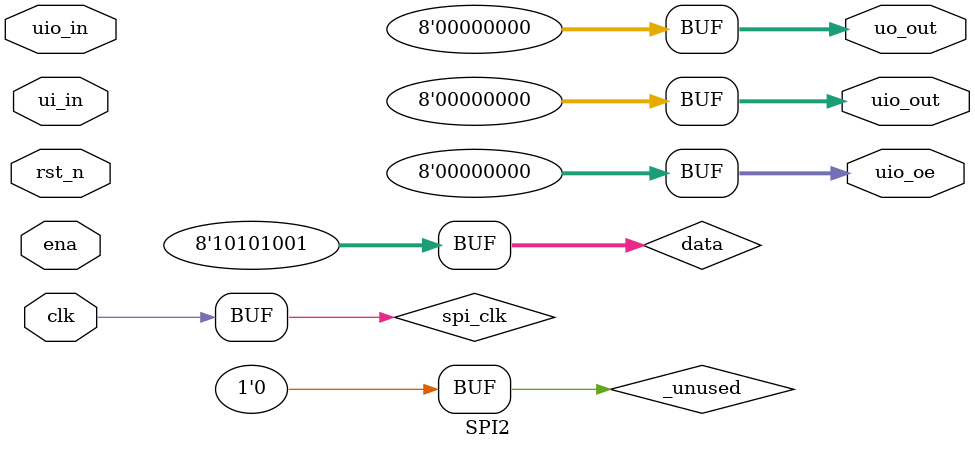
<source format=v>
/*
 * Copyright (c) 2024 Your Name
 * SPDX-License-Identifier: Apache-2.0
 */

`default_nettype none

module SPI2 (
    input  wire [7:0] ui_in,    // Dedicated inputs
    output wire [7:0] uo_out,   // Dedicated outputs
    input  wire [7:0] uio_in,   // IOs: Input path
    output wire [7:0] uio_out,  // IOs: Output path
    output wire [7:0] uio_oe,   // IOs: Enable path (active high: 0=input, 1=output)
    input  wire       ena,      // always 1 when the design is powered
    input  wire       clk,      // clock
    input  wire       rst_n     // reset_n - low to reset
);
    reg [7:0] data = 8'b10101001;          // Data to send via MISO
    reg [7:0] received_data;              // Data received from MOSI
    reg [2:0] state_mosi;                 // State for MOSI FSM
    reg [2:0] state_miso;                 // State for MISO FSM
    reg [7:0] read_data;                    // Data to send via MISO

    // State definitions
    localparam MOSI_IDLE_STATE  = 0;
    localparam MOSI_START_STATE = 1;
    localparam READ_STATE       = 2;
    localparam MOSI_STOP_STATE  = 3;
    localparam MISO_IDLE_STATE  = 4;
    localparam MISO_START_STATE = 5;
    localparam WRITE_STATE      = 6;
    localparam MISO_STOP_STATE  = 7;

    reg [3:0] mosi_counter;
    reg [3:0] miso_counter;
    wire spi_clk;
    reg miso_out;
    
    assign spi_clk = clk;
    assign uo_out  = 0;
    assign uio_out = 0;
    assign uio_oe  = 0;
    
    initial begin
        state_mosi = MOSI_IDLE_STATE;
        state_miso = MISO_IDLE_STATE;
        miso_out = 1;
    end

    // MOSI state machine (data reception from master)
    always @(negedge spi_clk) begin
        if (!rst_n) begin
            received_data = 0;
            state_mosi = MOSI_IDLE_STATE;
            mosi_counter = 7;
        end else begin
            case(state_mosi)
                MOSI_IDLE_STATE: begin
                    if (ui_in[0] == 0) state_mosi = MOSI_START_STATE;
                end
                MOSI_START_STATE: begin
                    if (ui_in[1] == 0) begin // Start bit detected
                        state_mosi = READ_STATE;
                        mosi_counter = 7;
                    end
                end
                READ_STATE: begin
                    received_data[mosi_counter] = ui_in[2]; // Store bit from MOSI
                    if (mosi_counter == 0) state_mosi = MOSI_STOP_STATE;
                    mosi_counter = mosi_counter - 1;
                end
                MOSI_STOP_STATE: state_mosi = MOSI_IDLE_STATE;
            endcase
        end
    end

    // MISO state machine (data transmission to master)
    always @(posedge spi_clk) begin
        if (!rst_n) begin
            read_data = 0;
            state_miso = MISO_IDLE_STATE;
            miso_counter = 7;
        end else begin
            case(state_miso)
                MISO_IDLE_STATE: begin
                    if (ui_in[0] == 0) state_miso = MISO_START_STATE;
                end
                MISO_START_STATE: begin
                    miso_out = 0; // Start bit
                    state_miso = WRITE_STATE;
                    read_data = received_data;
                    miso_counter = 7;
                end
                WRITE_STATE: begin
                    miso_out = read_data[miso_counter]; // Send bit to MISO
                    if (miso_counter == 0) state_miso = MISO_STOP_STATE;
                    miso_counter = miso_counter - 1;
                end
                MISO_STOP_STATE: begin
                    miso_out = 1; // Stop bit
                    state_miso = MISO_IDLE_STATE;
                end
            endcase
        end
    end

    // Unused input assignments to avoid warnings
    wire _unused = &{ena, 1'b0};

endmodule

</source>
